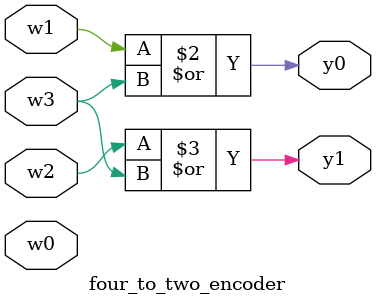
<source format=v>
`timescale 1ns / 1ps


module four_to_two_encoder(
input w0, w1, w2, w3,
output reg y0, y1
);

always @(*)
begin
 y0 = w1 | w3;
 y1 = w2 | w3;
end
endmodule

</source>
